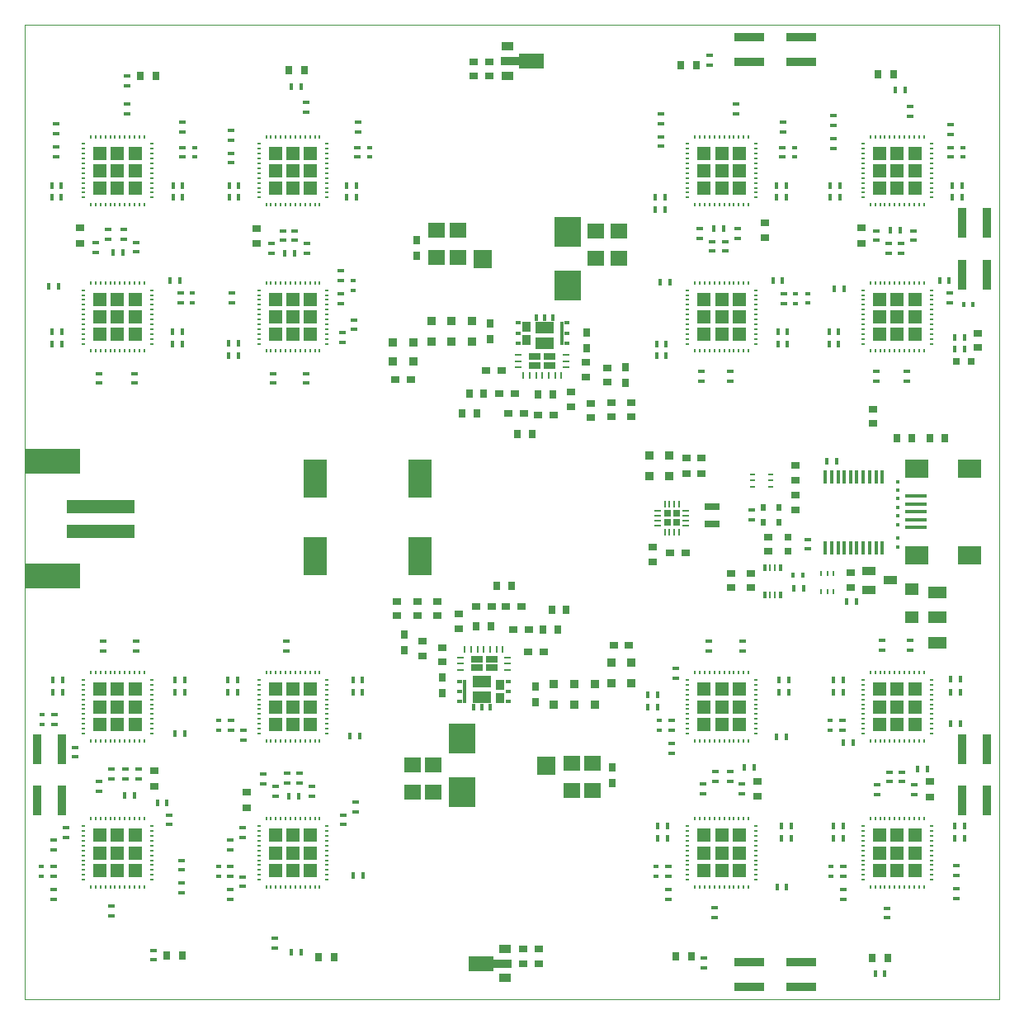
<source format=gtp>
G04 (created by PCBNEW (2013-mar-13)-testing) date Wed 17 Jul 2013 10:26:28 PM ICT*
%MOIN*%
G04 Gerber Fmt 3.4, Leading zero omitted, Abs format*
%FSLAX34Y34*%
G01*
G70*
G90*
G04 APERTURE LIST*
%ADD10C,0.00393701*%
%ADD11R,0.023622X0.0314961*%
%ADD12R,0.0688315X0.0609315*%
%ADD13R,0.0865315X0.0176315*%
%ADD14R,0.0964315X0.0767315*%
%ADD15R,0.0240157X0.00984252*%
%ADD16R,0.0137315X0.0570315*%
%ADD17R,0.0767717X0.0480315*%
%ADD18R,0.0216315X0.0137315*%
%ADD19R,0.124016X0.0374016*%
%ADD20R,0.0374016X0.124016*%
%ADD21R,0.0176315X0.0098315*%
%ADD22R,0.0098315X0.0176315*%
%ADD23R,0.0570866X0.0570866*%
%ADD24R,0.0098315X0.0275315*%
%ADD25R,0.0275315X0.0098315*%
%ADD26R,0.0255906X0.0255906*%
%ADD27R,0.0098315X0.0255315*%
%ADD28R,0.0255315X0.0098315*%
%ADD29R,0.0216535X0.0149606*%
%ADD30R,0.0149606X0.0255906*%
%ADD31R,0.0452756X0.0255906*%
%ADD32R,0.075748X0.0468504*%
%ADD33R,0.0334646X0.0433071*%
%ADD34R,0.0129921X0.096063*%
%ADD35R,0.00984252X0.0240157*%
%ADD36R,0.0177165X0.0177165*%
%ADD37R,0.0492126X0.0334646*%
%ADD38R,0.0728346X0.0334646*%
%ADD39R,0.104331X0.0649606*%
%ADD40R,0.0137795X0.0275591*%
%ADD41R,0.00984252X0.0275591*%
%ADD42R,0.0531496X0.0374016*%
%ADD43R,0.0295276X0.0295276*%
%ADD44R,0.0531496X0.0492126*%
%ADD45R,0.0728346X0.0767717*%
%ADD46R,0.108268X0.120079*%
%ADD47R,0.0610236X0.0295276*%
%ADD48R,0.0295276X0.0374016*%
%ADD49R,0.0374016X0.0295276*%
%ADD50R,0.0964567X0.155512*%
%ADD51R,0.0295276X0.0334646*%
%ADD52R,0.0334646X0.0295276*%
%ADD53R,0.0374016X0.0374016*%
%ADD54R,0.0334646X0.0255906*%
%ADD55R,0.0255906X0.0334646*%
%ADD56R,0.0255906X0.0177165*%
%ADD57R,0.0177165X0.0255906*%
%ADD58R,0.0216535X0.0177165*%
%ADD59R,0.0177165X0.0216535*%
%ADD60R,0.218504X0.102362*%
%ADD61R,0.273622X0.0531496*%
G04 APERTURE END LIST*
G54D10*
X38779Y-61023D02*
X78149Y-61023D01*
X78149Y-61023D02*
X78149Y-21653D01*
X78149Y-21653D02*
X38779Y-21653D01*
X38779Y-21653D02*
X38779Y-61023D01*
G54D11*
X69242Y-41151D03*
X68592Y-41151D03*
X69242Y-41761D03*
X68592Y-41761D03*
G54D12*
X56279Y-29960D03*
X56279Y-31062D03*
X55413Y-29960D03*
X55413Y-31062D03*
X61850Y-29980D03*
X61850Y-31082D03*
X62775Y-29980D03*
X62775Y-31082D03*
X60885Y-52607D03*
X60885Y-51505D03*
X61712Y-52587D03*
X61712Y-51485D03*
X55275Y-52657D03*
X55275Y-51555D03*
X54429Y-52657D03*
X54429Y-51555D03*
G54D13*
X74763Y-41338D03*
X74763Y-41652D03*
X74763Y-41967D03*
X74763Y-41024D03*
X74763Y-40709D03*
G54D14*
X74803Y-43089D03*
X74803Y-39587D03*
X76948Y-43089D03*
X76948Y-39587D03*
G54D15*
X68905Y-40334D03*
X68181Y-40078D03*
X68905Y-39822D03*
X68905Y-40078D03*
X68181Y-39822D03*
X68181Y-40334D03*
G54D16*
X71112Y-42785D03*
X71368Y-42785D03*
X71624Y-42785D03*
X71880Y-42785D03*
X72136Y-42785D03*
X72390Y-42785D03*
X72646Y-42785D03*
X72902Y-42785D03*
X73158Y-42785D03*
X73414Y-42785D03*
X73414Y-39931D03*
X73158Y-39931D03*
X72902Y-39931D03*
X72646Y-39931D03*
X72390Y-39931D03*
X72136Y-39931D03*
X71880Y-39931D03*
X71624Y-39931D03*
X71368Y-39931D03*
X71112Y-39931D03*
G54D17*
X75629Y-45610D03*
X75629Y-46614D03*
X75629Y-44606D03*
G54D18*
X70403Y-32539D03*
X70403Y-32893D03*
G54D19*
X68051Y-23159D03*
X68051Y-22155D03*
X70137Y-22155D03*
X70137Y-23159D03*
G54D20*
X76643Y-29665D03*
X77647Y-29665D03*
X77647Y-31751D03*
X76643Y-31751D03*
X76643Y-50925D03*
X77647Y-50925D03*
X77647Y-53011D03*
X76643Y-53011D03*
G54D19*
X70137Y-59517D03*
X70137Y-60521D03*
X68051Y-60521D03*
X68051Y-59517D03*
G54D21*
X43896Y-26477D03*
X43896Y-26674D03*
X43896Y-26871D03*
X43896Y-27067D03*
X43896Y-27264D03*
X43896Y-27461D03*
X43896Y-27657D03*
X43896Y-27854D03*
X43896Y-28051D03*
X43896Y-28247D03*
X43896Y-28444D03*
X43896Y-28641D03*
G54D22*
X43601Y-28936D03*
X43404Y-28936D03*
X43207Y-28936D03*
X43011Y-28936D03*
X42814Y-28936D03*
X42617Y-28936D03*
X42421Y-28936D03*
X42224Y-28936D03*
X42027Y-28936D03*
X41831Y-28936D03*
X41634Y-28936D03*
X41437Y-28936D03*
G54D21*
X41142Y-28641D03*
X41142Y-28444D03*
X41142Y-28247D03*
X41142Y-28051D03*
X41142Y-27854D03*
X41142Y-27657D03*
X41142Y-27461D03*
X41142Y-27264D03*
X41142Y-27067D03*
X41142Y-26871D03*
X41142Y-26674D03*
X41142Y-26477D03*
G54D22*
X41437Y-26182D03*
X41634Y-26182D03*
X41831Y-26182D03*
X42027Y-26182D03*
X42224Y-26182D03*
X42421Y-26182D03*
X42617Y-26182D03*
X42814Y-26182D03*
X43011Y-26182D03*
X43207Y-26182D03*
X43404Y-26182D03*
X43601Y-26182D03*
G54D23*
X41811Y-26850D03*
X42519Y-26850D03*
X43228Y-26850D03*
X41811Y-27559D03*
X42519Y-27559D03*
X43228Y-27559D03*
X41811Y-28267D03*
X42519Y-28267D03*
X43228Y-28267D03*
G54D21*
X43896Y-32382D03*
X43896Y-32579D03*
X43896Y-32776D03*
X43896Y-32972D03*
X43896Y-33169D03*
X43896Y-33366D03*
X43896Y-33562D03*
X43896Y-33759D03*
X43896Y-33956D03*
X43896Y-34152D03*
X43896Y-34349D03*
X43896Y-34546D03*
G54D22*
X43601Y-34841D03*
X43404Y-34841D03*
X43207Y-34841D03*
X43011Y-34841D03*
X42814Y-34841D03*
X42617Y-34841D03*
X42421Y-34841D03*
X42224Y-34841D03*
X42027Y-34841D03*
X41831Y-34841D03*
X41634Y-34841D03*
X41437Y-34841D03*
G54D21*
X41142Y-34546D03*
X41142Y-34349D03*
X41142Y-34152D03*
X41142Y-33956D03*
X41142Y-33759D03*
X41142Y-33562D03*
X41142Y-33366D03*
X41142Y-33169D03*
X41142Y-32972D03*
X41142Y-32776D03*
X41142Y-32579D03*
X41142Y-32382D03*
G54D22*
X41437Y-32087D03*
X41634Y-32087D03*
X41831Y-32087D03*
X42027Y-32087D03*
X42224Y-32087D03*
X42421Y-32087D03*
X42617Y-32087D03*
X42814Y-32087D03*
X43011Y-32087D03*
X43207Y-32087D03*
X43404Y-32087D03*
X43601Y-32087D03*
G54D23*
X41811Y-32755D03*
X42519Y-32755D03*
X43228Y-32755D03*
X41811Y-33464D03*
X42519Y-33464D03*
X43228Y-33464D03*
X41811Y-34173D03*
X42519Y-34173D03*
X43228Y-34173D03*
G54D21*
X50983Y-32382D03*
X50983Y-32579D03*
X50983Y-32776D03*
X50983Y-32972D03*
X50983Y-33169D03*
X50983Y-33366D03*
X50983Y-33562D03*
X50983Y-33759D03*
X50983Y-33956D03*
X50983Y-34152D03*
X50983Y-34349D03*
X50983Y-34546D03*
G54D22*
X50688Y-34841D03*
X50491Y-34841D03*
X50294Y-34841D03*
X50098Y-34841D03*
X49901Y-34841D03*
X49704Y-34841D03*
X49508Y-34841D03*
X49311Y-34841D03*
X49114Y-34841D03*
X48918Y-34841D03*
X48721Y-34841D03*
X48524Y-34841D03*
G54D21*
X48229Y-34546D03*
X48229Y-34349D03*
X48229Y-34152D03*
X48229Y-33956D03*
X48229Y-33759D03*
X48229Y-33562D03*
X48229Y-33366D03*
X48229Y-33169D03*
X48229Y-32972D03*
X48229Y-32776D03*
X48229Y-32579D03*
X48229Y-32382D03*
G54D22*
X48524Y-32087D03*
X48721Y-32087D03*
X48918Y-32087D03*
X49114Y-32087D03*
X49311Y-32087D03*
X49508Y-32087D03*
X49704Y-32087D03*
X49901Y-32087D03*
X50098Y-32087D03*
X50294Y-32087D03*
X50491Y-32087D03*
X50688Y-32087D03*
G54D23*
X48897Y-32755D03*
X49606Y-32755D03*
X50314Y-32755D03*
X48897Y-33464D03*
X49606Y-33464D03*
X50314Y-33464D03*
X48897Y-34173D03*
X49606Y-34173D03*
X50314Y-34173D03*
G54D21*
X50983Y-26477D03*
X50983Y-26674D03*
X50983Y-26871D03*
X50983Y-27067D03*
X50983Y-27264D03*
X50983Y-27461D03*
X50983Y-27657D03*
X50983Y-27854D03*
X50983Y-28051D03*
X50983Y-28247D03*
X50983Y-28444D03*
X50983Y-28641D03*
G54D22*
X50688Y-28936D03*
X50491Y-28936D03*
X50294Y-28936D03*
X50098Y-28936D03*
X49901Y-28936D03*
X49704Y-28936D03*
X49508Y-28936D03*
X49311Y-28936D03*
X49114Y-28936D03*
X48918Y-28936D03*
X48721Y-28936D03*
X48524Y-28936D03*
G54D21*
X48229Y-28641D03*
X48229Y-28444D03*
X48229Y-28247D03*
X48229Y-28051D03*
X48229Y-27854D03*
X48229Y-27657D03*
X48229Y-27461D03*
X48229Y-27264D03*
X48229Y-27067D03*
X48229Y-26871D03*
X48229Y-26674D03*
X48229Y-26477D03*
G54D22*
X48524Y-26182D03*
X48721Y-26182D03*
X48918Y-26182D03*
X49114Y-26182D03*
X49311Y-26182D03*
X49508Y-26182D03*
X49704Y-26182D03*
X49901Y-26182D03*
X50098Y-26182D03*
X50294Y-26182D03*
X50491Y-26182D03*
X50688Y-26182D03*
G54D23*
X48897Y-26850D03*
X49606Y-26850D03*
X50314Y-26850D03*
X48897Y-27559D03*
X49606Y-27559D03*
X50314Y-27559D03*
X48897Y-28267D03*
X49606Y-28267D03*
X50314Y-28267D03*
G54D21*
X41142Y-50294D03*
X41142Y-50097D03*
X41142Y-49900D03*
X41142Y-49704D03*
X41142Y-49507D03*
X41142Y-49310D03*
X41142Y-49114D03*
X41142Y-48917D03*
X41142Y-48720D03*
X41142Y-48524D03*
X41142Y-48327D03*
X41142Y-48130D03*
G54D22*
X41437Y-47835D03*
X41634Y-47835D03*
X41831Y-47835D03*
X42027Y-47835D03*
X42224Y-47835D03*
X42421Y-47835D03*
X42617Y-47835D03*
X42814Y-47835D03*
X43011Y-47835D03*
X43207Y-47835D03*
X43404Y-47835D03*
X43601Y-47835D03*
G54D21*
X43896Y-48130D03*
X43896Y-48327D03*
X43896Y-48524D03*
X43896Y-48720D03*
X43896Y-48917D03*
X43896Y-49114D03*
X43896Y-49310D03*
X43896Y-49507D03*
X43896Y-49704D03*
X43896Y-49900D03*
X43896Y-50097D03*
X43896Y-50294D03*
G54D22*
X43601Y-50589D03*
X43404Y-50589D03*
X43207Y-50589D03*
X43011Y-50589D03*
X42814Y-50589D03*
X42617Y-50589D03*
X42421Y-50589D03*
X42224Y-50589D03*
X42027Y-50589D03*
X41831Y-50589D03*
X41634Y-50589D03*
X41437Y-50589D03*
G54D23*
X43228Y-49921D03*
X42519Y-49921D03*
X41811Y-49921D03*
X43228Y-49212D03*
X42519Y-49212D03*
X41811Y-49212D03*
X43228Y-48503D03*
X42519Y-48503D03*
X41811Y-48503D03*
G54D21*
X41142Y-56200D03*
X41142Y-56003D03*
X41142Y-55806D03*
X41142Y-55610D03*
X41142Y-55413D03*
X41142Y-55216D03*
X41142Y-55020D03*
X41142Y-54823D03*
X41142Y-54626D03*
X41142Y-54430D03*
X41142Y-54233D03*
X41142Y-54036D03*
G54D22*
X41437Y-53741D03*
X41634Y-53741D03*
X41831Y-53741D03*
X42027Y-53741D03*
X42224Y-53741D03*
X42421Y-53741D03*
X42617Y-53741D03*
X42814Y-53741D03*
X43011Y-53741D03*
X43207Y-53741D03*
X43404Y-53741D03*
X43601Y-53741D03*
G54D21*
X43896Y-54036D03*
X43896Y-54233D03*
X43896Y-54430D03*
X43896Y-54626D03*
X43896Y-54823D03*
X43896Y-55020D03*
X43896Y-55216D03*
X43896Y-55413D03*
X43896Y-55610D03*
X43896Y-55806D03*
X43896Y-56003D03*
X43896Y-56200D03*
G54D22*
X43601Y-56495D03*
X43404Y-56495D03*
X43207Y-56495D03*
X43011Y-56495D03*
X42814Y-56495D03*
X42617Y-56495D03*
X42421Y-56495D03*
X42224Y-56495D03*
X42027Y-56495D03*
X41831Y-56495D03*
X41634Y-56495D03*
X41437Y-56495D03*
G54D23*
X43228Y-55826D03*
X42519Y-55826D03*
X41811Y-55826D03*
X43228Y-55118D03*
X42519Y-55118D03*
X41811Y-55118D03*
X43228Y-54409D03*
X42519Y-54409D03*
X41811Y-54409D03*
G54D21*
X48229Y-56200D03*
X48229Y-56003D03*
X48229Y-55806D03*
X48229Y-55610D03*
X48229Y-55413D03*
X48229Y-55216D03*
X48229Y-55020D03*
X48229Y-54823D03*
X48229Y-54626D03*
X48229Y-54430D03*
X48229Y-54233D03*
X48229Y-54036D03*
G54D22*
X48524Y-53741D03*
X48721Y-53741D03*
X48918Y-53741D03*
X49114Y-53741D03*
X49311Y-53741D03*
X49508Y-53741D03*
X49704Y-53741D03*
X49901Y-53741D03*
X50098Y-53741D03*
X50294Y-53741D03*
X50491Y-53741D03*
X50688Y-53741D03*
G54D21*
X50983Y-54036D03*
X50983Y-54233D03*
X50983Y-54430D03*
X50983Y-54626D03*
X50983Y-54823D03*
X50983Y-55020D03*
X50983Y-55216D03*
X50983Y-55413D03*
X50983Y-55610D03*
X50983Y-55806D03*
X50983Y-56003D03*
X50983Y-56200D03*
G54D22*
X50688Y-56495D03*
X50491Y-56495D03*
X50294Y-56495D03*
X50098Y-56495D03*
X49901Y-56495D03*
X49704Y-56495D03*
X49508Y-56495D03*
X49311Y-56495D03*
X49114Y-56495D03*
X48918Y-56495D03*
X48721Y-56495D03*
X48524Y-56495D03*
G54D23*
X50314Y-55826D03*
X49606Y-55826D03*
X48897Y-55826D03*
X50314Y-55118D03*
X49606Y-55118D03*
X48897Y-55118D03*
X50314Y-54409D03*
X49606Y-54409D03*
X48897Y-54409D03*
G54D21*
X48229Y-50294D03*
X48229Y-50097D03*
X48229Y-49900D03*
X48229Y-49704D03*
X48229Y-49507D03*
X48229Y-49310D03*
X48229Y-49114D03*
X48229Y-48917D03*
X48229Y-48720D03*
X48229Y-48524D03*
X48229Y-48327D03*
X48229Y-48130D03*
G54D22*
X48524Y-47835D03*
X48721Y-47835D03*
X48918Y-47835D03*
X49114Y-47835D03*
X49311Y-47835D03*
X49508Y-47835D03*
X49704Y-47835D03*
X49901Y-47835D03*
X50098Y-47835D03*
X50294Y-47835D03*
X50491Y-47835D03*
X50688Y-47835D03*
G54D21*
X50983Y-48130D03*
X50983Y-48327D03*
X50983Y-48524D03*
X50983Y-48720D03*
X50983Y-48917D03*
X50983Y-49114D03*
X50983Y-49310D03*
X50983Y-49507D03*
X50983Y-49704D03*
X50983Y-49900D03*
X50983Y-50097D03*
X50983Y-50294D03*
G54D22*
X50688Y-50589D03*
X50491Y-50589D03*
X50294Y-50589D03*
X50098Y-50589D03*
X49901Y-50589D03*
X49704Y-50589D03*
X49508Y-50589D03*
X49311Y-50589D03*
X49114Y-50589D03*
X48918Y-50589D03*
X48721Y-50589D03*
X48524Y-50589D03*
G54D23*
X50314Y-49921D03*
X49606Y-49921D03*
X48897Y-49921D03*
X50314Y-49212D03*
X49606Y-49212D03*
X48897Y-49212D03*
X50314Y-48503D03*
X49606Y-48503D03*
X48897Y-48503D03*
G54D21*
X65552Y-50294D03*
X65552Y-50097D03*
X65552Y-49900D03*
X65552Y-49704D03*
X65552Y-49507D03*
X65552Y-49310D03*
X65552Y-49114D03*
X65552Y-48917D03*
X65552Y-48720D03*
X65552Y-48524D03*
X65552Y-48327D03*
X65552Y-48130D03*
G54D22*
X65847Y-47835D03*
X66044Y-47835D03*
X66241Y-47835D03*
X66437Y-47835D03*
X66634Y-47835D03*
X66831Y-47835D03*
X67027Y-47835D03*
X67224Y-47835D03*
X67421Y-47835D03*
X67617Y-47835D03*
X67814Y-47835D03*
X68011Y-47835D03*
G54D21*
X68306Y-48130D03*
X68306Y-48327D03*
X68306Y-48524D03*
X68306Y-48720D03*
X68306Y-48917D03*
X68306Y-49114D03*
X68306Y-49310D03*
X68306Y-49507D03*
X68306Y-49704D03*
X68306Y-49900D03*
X68306Y-50097D03*
X68306Y-50294D03*
G54D22*
X68011Y-50589D03*
X67814Y-50589D03*
X67617Y-50589D03*
X67421Y-50589D03*
X67224Y-50589D03*
X67027Y-50589D03*
X66831Y-50589D03*
X66634Y-50589D03*
X66437Y-50589D03*
X66241Y-50589D03*
X66044Y-50589D03*
X65847Y-50589D03*
G54D23*
X67637Y-49921D03*
X66929Y-49921D03*
X66220Y-49921D03*
X67637Y-49212D03*
X66929Y-49212D03*
X66220Y-49212D03*
X67637Y-48503D03*
X66929Y-48503D03*
X66220Y-48503D03*
G54D21*
X65552Y-56200D03*
X65552Y-56003D03*
X65552Y-55806D03*
X65552Y-55610D03*
X65552Y-55413D03*
X65552Y-55216D03*
X65552Y-55020D03*
X65552Y-54823D03*
X65552Y-54626D03*
X65552Y-54430D03*
X65552Y-54233D03*
X65552Y-54036D03*
G54D22*
X65847Y-53741D03*
X66044Y-53741D03*
X66241Y-53741D03*
X66437Y-53741D03*
X66634Y-53741D03*
X66831Y-53741D03*
X67027Y-53741D03*
X67224Y-53741D03*
X67421Y-53741D03*
X67617Y-53741D03*
X67814Y-53741D03*
X68011Y-53741D03*
G54D21*
X68306Y-54036D03*
X68306Y-54233D03*
X68306Y-54430D03*
X68306Y-54626D03*
X68306Y-54823D03*
X68306Y-55020D03*
X68306Y-55216D03*
X68306Y-55413D03*
X68306Y-55610D03*
X68306Y-55806D03*
X68306Y-56003D03*
X68306Y-56200D03*
G54D22*
X68011Y-56495D03*
X67814Y-56495D03*
X67617Y-56495D03*
X67421Y-56495D03*
X67224Y-56495D03*
X67027Y-56495D03*
X66831Y-56495D03*
X66634Y-56495D03*
X66437Y-56495D03*
X66241Y-56495D03*
X66044Y-56495D03*
X65847Y-56495D03*
G54D23*
X67637Y-55826D03*
X66929Y-55826D03*
X66220Y-55826D03*
X67637Y-55118D03*
X66929Y-55118D03*
X66220Y-55118D03*
X67637Y-54409D03*
X66929Y-54409D03*
X66220Y-54409D03*
G54D21*
X72638Y-56200D03*
X72638Y-56003D03*
X72638Y-55806D03*
X72638Y-55610D03*
X72638Y-55413D03*
X72638Y-55216D03*
X72638Y-55020D03*
X72638Y-54823D03*
X72638Y-54626D03*
X72638Y-54430D03*
X72638Y-54233D03*
X72638Y-54036D03*
G54D22*
X72933Y-53741D03*
X73130Y-53741D03*
X73327Y-53741D03*
X73523Y-53741D03*
X73720Y-53741D03*
X73917Y-53741D03*
X74113Y-53741D03*
X74310Y-53741D03*
X74507Y-53741D03*
X74703Y-53741D03*
X74900Y-53741D03*
X75097Y-53741D03*
G54D21*
X75392Y-54036D03*
X75392Y-54233D03*
X75392Y-54430D03*
X75392Y-54626D03*
X75392Y-54823D03*
X75392Y-55020D03*
X75392Y-55216D03*
X75392Y-55413D03*
X75392Y-55610D03*
X75392Y-55806D03*
X75392Y-56003D03*
X75392Y-56200D03*
G54D22*
X75097Y-56495D03*
X74900Y-56495D03*
X74703Y-56495D03*
X74507Y-56495D03*
X74310Y-56495D03*
X74113Y-56495D03*
X73917Y-56495D03*
X73720Y-56495D03*
X73523Y-56495D03*
X73327Y-56495D03*
X73130Y-56495D03*
X72933Y-56495D03*
G54D23*
X74724Y-55826D03*
X74015Y-55826D03*
X73307Y-55826D03*
X74724Y-55118D03*
X74015Y-55118D03*
X73307Y-55118D03*
X74724Y-54409D03*
X74015Y-54409D03*
X73307Y-54409D03*
G54D21*
X72638Y-50294D03*
X72638Y-50097D03*
X72638Y-49900D03*
X72638Y-49704D03*
X72638Y-49507D03*
X72638Y-49310D03*
X72638Y-49114D03*
X72638Y-48917D03*
X72638Y-48720D03*
X72638Y-48524D03*
X72638Y-48327D03*
X72638Y-48130D03*
G54D22*
X72933Y-47835D03*
X73130Y-47835D03*
X73327Y-47835D03*
X73523Y-47835D03*
X73720Y-47835D03*
X73917Y-47835D03*
X74113Y-47835D03*
X74310Y-47835D03*
X74507Y-47835D03*
X74703Y-47835D03*
X74900Y-47835D03*
X75097Y-47835D03*
G54D21*
X75392Y-48130D03*
X75392Y-48327D03*
X75392Y-48524D03*
X75392Y-48720D03*
X75392Y-48917D03*
X75392Y-49114D03*
X75392Y-49310D03*
X75392Y-49507D03*
X75392Y-49704D03*
X75392Y-49900D03*
X75392Y-50097D03*
X75392Y-50294D03*
G54D22*
X75097Y-50589D03*
X74900Y-50589D03*
X74703Y-50589D03*
X74507Y-50589D03*
X74310Y-50589D03*
X74113Y-50589D03*
X73917Y-50589D03*
X73720Y-50589D03*
X73523Y-50589D03*
X73327Y-50589D03*
X73130Y-50589D03*
X72933Y-50589D03*
G54D23*
X74724Y-49921D03*
X74015Y-49921D03*
X73307Y-49921D03*
X74724Y-49212D03*
X74015Y-49212D03*
X73307Y-49212D03*
X74724Y-48503D03*
X74015Y-48503D03*
X73307Y-48503D03*
G54D21*
X75392Y-32382D03*
X75392Y-32579D03*
X75392Y-32776D03*
X75392Y-32972D03*
X75392Y-33169D03*
X75392Y-33366D03*
X75392Y-33562D03*
X75392Y-33759D03*
X75392Y-33956D03*
X75392Y-34152D03*
X75392Y-34349D03*
X75392Y-34546D03*
G54D22*
X75097Y-34841D03*
X74900Y-34841D03*
X74703Y-34841D03*
X74507Y-34841D03*
X74310Y-34841D03*
X74113Y-34841D03*
X73917Y-34841D03*
X73720Y-34841D03*
X73523Y-34841D03*
X73327Y-34841D03*
X73130Y-34841D03*
X72933Y-34841D03*
G54D21*
X72638Y-34546D03*
X72638Y-34349D03*
X72638Y-34152D03*
X72638Y-33956D03*
X72638Y-33759D03*
X72638Y-33562D03*
X72638Y-33366D03*
X72638Y-33169D03*
X72638Y-32972D03*
X72638Y-32776D03*
X72638Y-32579D03*
X72638Y-32382D03*
G54D22*
X72933Y-32087D03*
X73130Y-32087D03*
X73327Y-32087D03*
X73523Y-32087D03*
X73720Y-32087D03*
X73917Y-32087D03*
X74113Y-32087D03*
X74310Y-32087D03*
X74507Y-32087D03*
X74703Y-32087D03*
X74900Y-32087D03*
X75097Y-32087D03*
G54D23*
X73307Y-32755D03*
X74015Y-32755D03*
X74724Y-32755D03*
X73307Y-33464D03*
X74015Y-33464D03*
X74724Y-33464D03*
X73307Y-34173D03*
X74015Y-34173D03*
X74724Y-34173D03*
G54D21*
X75392Y-26477D03*
X75392Y-26674D03*
X75392Y-26871D03*
X75392Y-27067D03*
X75392Y-27264D03*
X75392Y-27461D03*
X75392Y-27657D03*
X75392Y-27854D03*
X75392Y-28051D03*
X75392Y-28247D03*
X75392Y-28444D03*
X75392Y-28641D03*
G54D22*
X75097Y-28936D03*
X74900Y-28936D03*
X74703Y-28936D03*
X74507Y-28936D03*
X74310Y-28936D03*
X74113Y-28936D03*
X73917Y-28936D03*
X73720Y-28936D03*
X73523Y-28936D03*
X73327Y-28936D03*
X73130Y-28936D03*
X72933Y-28936D03*
G54D21*
X72638Y-28641D03*
X72638Y-28444D03*
X72638Y-28247D03*
X72638Y-28051D03*
X72638Y-27854D03*
X72638Y-27657D03*
X72638Y-27461D03*
X72638Y-27264D03*
X72638Y-27067D03*
X72638Y-26871D03*
X72638Y-26674D03*
X72638Y-26477D03*
G54D22*
X72933Y-26182D03*
X73130Y-26182D03*
X73327Y-26182D03*
X73523Y-26182D03*
X73720Y-26182D03*
X73917Y-26182D03*
X74113Y-26182D03*
X74310Y-26182D03*
X74507Y-26182D03*
X74703Y-26182D03*
X74900Y-26182D03*
X75097Y-26182D03*
G54D23*
X73307Y-26850D03*
X74015Y-26850D03*
X74724Y-26850D03*
X73307Y-27559D03*
X74015Y-27559D03*
X74724Y-27559D03*
X73307Y-28267D03*
X74015Y-28267D03*
X74724Y-28267D03*
G54D21*
X68306Y-26477D03*
X68306Y-26674D03*
X68306Y-26871D03*
X68306Y-27067D03*
X68306Y-27264D03*
X68306Y-27461D03*
X68306Y-27657D03*
X68306Y-27854D03*
X68306Y-28051D03*
X68306Y-28247D03*
X68306Y-28444D03*
X68306Y-28641D03*
G54D22*
X68011Y-28936D03*
X67814Y-28936D03*
X67617Y-28936D03*
X67421Y-28936D03*
X67224Y-28936D03*
X67027Y-28936D03*
X66831Y-28936D03*
X66634Y-28936D03*
X66437Y-28936D03*
X66241Y-28936D03*
X66044Y-28936D03*
X65847Y-28936D03*
G54D21*
X65552Y-28641D03*
X65552Y-28444D03*
X65552Y-28247D03*
X65552Y-28051D03*
X65552Y-27854D03*
X65552Y-27657D03*
X65552Y-27461D03*
X65552Y-27264D03*
X65552Y-27067D03*
X65552Y-26871D03*
X65552Y-26674D03*
X65552Y-26477D03*
G54D22*
X65847Y-26182D03*
X66044Y-26182D03*
X66241Y-26182D03*
X66437Y-26182D03*
X66634Y-26182D03*
X66831Y-26182D03*
X67027Y-26182D03*
X67224Y-26182D03*
X67421Y-26182D03*
X67617Y-26182D03*
X67814Y-26182D03*
X68011Y-26182D03*
G54D23*
X66220Y-26850D03*
X66929Y-26850D03*
X67637Y-26850D03*
X66220Y-27559D03*
X66929Y-27559D03*
X67637Y-27559D03*
X66220Y-28267D03*
X66929Y-28267D03*
X67637Y-28267D03*
G54D21*
X68306Y-32382D03*
X68306Y-32579D03*
X68306Y-32776D03*
X68306Y-32972D03*
X68306Y-33169D03*
X68306Y-33366D03*
X68306Y-33562D03*
X68306Y-33759D03*
X68306Y-33956D03*
X68306Y-34152D03*
X68306Y-34349D03*
X68306Y-34546D03*
G54D22*
X68011Y-34841D03*
X67814Y-34841D03*
X67617Y-34841D03*
X67421Y-34841D03*
X67224Y-34841D03*
X67027Y-34841D03*
X66831Y-34841D03*
X66634Y-34841D03*
X66437Y-34841D03*
X66241Y-34841D03*
X66044Y-34841D03*
X65847Y-34841D03*
G54D21*
X65552Y-34546D03*
X65552Y-34349D03*
X65552Y-34152D03*
X65552Y-33956D03*
X65552Y-33759D03*
X65552Y-33562D03*
X65552Y-33366D03*
X65552Y-33169D03*
X65552Y-32972D03*
X65552Y-32776D03*
X65552Y-32579D03*
X65552Y-32382D03*
G54D22*
X65847Y-32087D03*
X66044Y-32087D03*
X66241Y-32087D03*
X66437Y-32087D03*
X66634Y-32087D03*
X66831Y-32087D03*
X67027Y-32087D03*
X67224Y-32087D03*
X67421Y-32087D03*
X67617Y-32087D03*
X67814Y-32087D03*
X68011Y-32087D03*
G54D23*
X66220Y-32755D03*
X66929Y-32755D03*
X67637Y-32755D03*
X66220Y-33464D03*
X66929Y-33464D03*
X67637Y-33464D03*
X66220Y-34173D03*
X66929Y-34173D03*
X67637Y-34173D03*
G54D24*
X65214Y-41015D03*
X65017Y-41015D03*
X64821Y-41015D03*
X64624Y-41015D03*
G54D25*
X64349Y-41290D03*
X64349Y-41487D03*
X64349Y-41683D03*
X64349Y-41880D03*
G54D24*
X64624Y-42155D03*
X64821Y-42155D03*
X65017Y-42155D03*
X65214Y-42155D03*
G54D25*
X65489Y-41880D03*
X65489Y-41683D03*
X65489Y-41487D03*
X65489Y-41290D03*
G54D26*
X65096Y-41408D03*
X65096Y-41763D03*
X64742Y-41408D03*
X64742Y-41763D03*
G54D27*
X58917Y-35816D03*
X59173Y-35816D03*
X59429Y-35816D03*
X59685Y-35816D03*
X59940Y-35816D03*
X60196Y-35816D03*
X60452Y-35816D03*
G54D28*
X60649Y-35501D03*
X60649Y-35245D03*
X60649Y-34989D03*
X58721Y-35501D03*
X58721Y-35245D03*
X58721Y-34989D03*
G54D29*
X58700Y-33710D03*
X58700Y-34123D03*
X58700Y-34536D03*
X60669Y-33710D03*
X60669Y-34123D03*
X60659Y-34536D03*
G54D30*
X59773Y-33483D03*
X59438Y-33483D03*
X60108Y-33483D03*
G54D31*
X59960Y-35078D03*
X59370Y-35078D03*
X59370Y-35412D03*
X59960Y-35412D03*
G54D32*
X59773Y-34517D03*
X59773Y-33906D03*
G54D33*
X59025Y-34379D03*
X59025Y-33867D03*
G54D34*
X60472Y-34123D03*
G54D27*
X58089Y-46902D03*
X57833Y-46902D03*
X57577Y-46902D03*
X57322Y-46902D03*
X57066Y-46902D03*
X56810Y-46902D03*
X56554Y-46902D03*
G54D28*
X56358Y-47218D03*
X56358Y-47474D03*
X56358Y-47730D03*
X58286Y-47218D03*
X58286Y-47474D03*
X58286Y-47730D03*
G54D29*
X58306Y-49008D03*
X58306Y-48595D03*
X58306Y-48182D03*
X56337Y-49008D03*
X56337Y-48595D03*
X56347Y-48182D03*
G54D30*
X57233Y-49235D03*
X57568Y-49235D03*
X56898Y-49235D03*
G54D31*
X57046Y-47640D03*
X57636Y-47640D03*
X57636Y-47306D03*
X57046Y-47306D03*
G54D32*
X57233Y-48201D03*
X57233Y-48812D03*
G54D33*
X57981Y-48339D03*
X57981Y-48851D03*
G54D34*
X56534Y-48595D03*
G54D20*
X40285Y-53011D03*
X39281Y-53011D03*
X39281Y-50925D03*
X40285Y-50925D03*
G54D35*
X70944Y-44545D03*
X71200Y-43820D03*
X71456Y-44545D03*
X71200Y-44545D03*
X71456Y-43820D03*
X70944Y-43820D03*
G54D36*
X74025Y-41496D03*
X74025Y-41850D03*
X74025Y-40807D03*
X74025Y-41161D03*
X74035Y-42401D03*
X74035Y-42755D03*
X74025Y-40118D03*
X74025Y-40472D03*
G54D37*
X58263Y-22542D03*
G54D38*
X58361Y-23133D03*
G54D37*
X58263Y-23724D03*
G54D39*
X59248Y-23133D03*
G54D37*
X58188Y-60177D03*
G54D38*
X58090Y-59586D03*
G54D37*
X58188Y-58995D03*
G54D39*
X57204Y-59586D03*
G54D40*
X69291Y-44685D03*
X68661Y-44685D03*
G54D41*
X68877Y-44685D03*
X69074Y-44685D03*
X69074Y-43602D03*
X68877Y-43602D03*
G54D40*
X68661Y-43602D03*
X69291Y-43602D03*
G54D42*
X72883Y-43740D03*
X72883Y-44488D03*
X73750Y-44104D03*
G54D43*
X69616Y-42352D03*
X69616Y-42942D03*
X76407Y-35275D03*
X76998Y-35275D03*
G54D44*
X74596Y-45600D03*
X74596Y-44458D03*
G54D45*
X57290Y-31123D03*
G54D46*
X60696Y-32205D03*
X60696Y-30040D03*
G54D45*
X59838Y-51588D03*
G54D46*
X56432Y-50505D03*
X56432Y-52670D03*
G54D47*
X66525Y-41840D03*
X66525Y-41131D03*
G54D48*
X44074Y-23740D03*
X43444Y-23740D03*
X50068Y-23494D03*
X49438Y-23494D03*
G54D49*
X48139Y-29881D03*
X48139Y-30511D03*
X41023Y-29862D03*
X41023Y-30492D03*
X44015Y-52431D03*
X44015Y-51801D03*
X47746Y-53307D03*
X47746Y-52677D03*
G54D48*
X45127Y-59261D03*
X44498Y-59261D03*
X51259Y-59320D03*
X50629Y-59320D03*
X65078Y-59301D03*
X65708Y-59301D03*
X73011Y-59360D03*
X73641Y-59360D03*
G54D49*
X68366Y-52844D03*
X68366Y-52214D03*
X75324Y-52874D03*
X75324Y-52244D03*
X68681Y-29645D03*
X68681Y-30275D03*
X72559Y-29862D03*
X72559Y-30492D03*
G54D48*
X65285Y-23307D03*
X65915Y-23307D03*
X73238Y-23661D03*
X73868Y-23661D03*
G54D50*
X50515Y-43141D03*
X50515Y-39992D03*
X54736Y-43141D03*
X54736Y-39992D03*
G54D51*
X59409Y-49015D03*
X59409Y-48385D03*
X57559Y-34370D03*
X57559Y-33740D03*
G54D52*
X53740Y-35984D03*
X54370Y-35984D03*
X57539Y-23716D03*
X56909Y-23716D03*
X57539Y-23157D03*
X56909Y-23157D03*
X58897Y-58996D03*
X59527Y-58996D03*
X58897Y-59586D03*
X59527Y-59586D03*
X66122Y-39173D03*
X65492Y-39173D03*
X66122Y-39783D03*
X65492Y-39783D03*
X64842Y-43011D03*
X65472Y-43011D03*
X58204Y-45159D03*
X58833Y-45159D03*
X57644Y-45151D03*
X57015Y-45151D03*
G54D51*
X54114Y-46929D03*
X54114Y-46299D03*
X62500Y-52293D03*
X62500Y-51663D03*
G54D52*
X59118Y-46985D03*
X59747Y-46985D03*
X62559Y-46732D03*
X63188Y-46732D03*
X58507Y-46103D03*
X59136Y-46103D03*
G54D51*
X55645Y-48017D03*
X55645Y-48646D03*
G54D52*
X58936Y-37375D03*
X58307Y-37375D03*
X59511Y-37422D03*
X60140Y-37422D03*
G54D51*
X63031Y-35511D03*
X63031Y-36141D03*
X54606Y-30354D03*
X54606Y-30984D03*
G54D52*
X58038Y-35635D03*
X57409Y-35635D03*
X58573Y-36548D03*
X57944Y-36548D03*
G54D51*
X61464Y-34713D03*
X61464Y-34084D03*
G54D53*
X63996Y-39881D03*
X64822Y-39881D03*
X63996Y-39074D03*
X64822Y-39074D03*
X60157Y-48287D03*
X60157Y-49114D03*
X60984Y-48287D03*
X60984Y-49114D03*
X61811Y-48287D03*
X61811Y-49114D03*
X62460Y-48267D03*
X63287Y-48267D03*
X62460Y-47440D03*
X63287Y-47440D03*
X56850Y-34468D03*
X56850Y-33641D03*
X56023Y-34468D03*
X56023Y-33641D03*
X55196Y-34468D03*
X55196Y-33641D03*
X54468Y-34488D03*
X53641Y-34488D03*
X54468Y-35275D03*
X53641Y-35275D03*
G54D54*
X68110Y-43818D03*
X68110Y-44409D03*
X67312Y-43818D03*
X67312Y-44409D03*
X72145Y-43799D03*
X72145Y-44389D03*
X68818Y-42942D03*
X68818Y-42352D03*
X77283Y-34704D03*
X77283Y-34114D03*
X73051Y-37185D03*
X73051Y-37775D03*
G54D55*
X75354Y-38346D03*
X75944Y-38346D03*
X74606Y-38346D03*
X74015Y-38346D03*
G54D54*
X69911Y-39468D03*
X69911Y-40059D03*
X69911Y-40669D03*
X69911Y-41259D03*
X64133Y-42775D03*
X64133Y-43366D03*
X56303Y-45477D03*
X56303Y-46068D03*
X54830Y-47154D03*
X54830Y-46563D03*
X54633Y-45540D03*
X54633Y-44949D03*
G54D55*
X57857Y-44340D03*
X58448Y-44340D03*
G54D54*
X53811Y-44945D03*
X53811Y-45536D03*
X55440Y-45540D03*
X55440Y-44949D03*
X55653Y-46815D03*
X55653Y-47406D03*
G54D55*
X60062Y-45304D03*
X60653Y-45304D03*
X59723Y-46103D03*
X60314Y-46103D03*
X57606Y-45970D03*
X57015Y-45970D03*
G54D54*
X60834Y-37095D03*
X60834Y-36504D03*
X62307Y-35516D03*
X62307Y-36107D03*
X62464Y-36914D03*
X62464Y-37505D03*
G54D55*
X59259Y-38194D03*
X58668Y-38194D03*
G54D54*
X63267Y-37509D03*
X63267Y-36918D03*
X61645Y-36945D03*
X61645Y-37536D03*
X61456Y-35902D03*
X61456Y-35311D03*
G54D55*
X57043Y-37375D03*
X56452Y-37375D03*
X57322Y-36548D03*
X56731Y-36548D03*
X59503Y-36596D03*
X60094Y-36596D03*
G54D56*
X70423Y-42450D03*
X70423Y-42844D03*
G54D57*
X71988Y-44970D03*
X72381Y-44970D03*
X69832Y-44429D03*
X70226Y-44429D03*
G54D56*
X43366Y-51722D03*
X43366Y-52116D03*
G54D57*
X49448Y-52834D03*
X49842Y-52834D03*
G54D56*
X43966Y-59045D03*
X43966Y-59438D03*
G54D57*
X49931Y-59124D03*
X49537Y-59124D03*
X68248Y-51673D03*
X67854Y-51673D03*
X75246Y-51732D03*
X74852Y-51732D03*
G54D56*
X66220Y-59370D03*
X66220Y-59763D03*
G54D57*
X73523Y-59980D03*
X73129Y-59980D03*
X73740Y-29960D03*
X74133Y-29960D03*
X67007Y-29901D03*
X66614Y-29901D03*
X73946Y-24301D03*
X74340Y-24301D03*
G54D56*
X66456Y-23297D03*
X66456Y-22903D03*
G54D57*
X49665Y-30885D03*
X49271Y-30885D03*
X42342Y-30846D03*
X42736Y-30846D03*
X49547Y-24153D03*
X49940Y-24153D03*
G54D56*
X42913Y-23740D03*
X42913Y-24133D03*
X68129Y-41259D03*
X68129Y-41653D03*
G54D57*
X71171Y-39301D03*
X71564Y-39301D03*
G54D56*
X41948Y-46948D03*
X41948Y-46555D03*
X40797Y-50846D03*
X40797Y-51240D03*
G54D57*
X40314Y-48622D03*
X39921Y-48622D03*
X43208Y-52785D03*
X42814Y-52785D03*
X44842Y-48622D03*
X45236Y-48622D03*
X44842Y-50295D03*
X45236Y-50295D03*
G54D56*
X42834Y-51732D03*
X42834Y-52125D03*
X42263Y-51732D03*
X42263Y-52125D03*
X39970Y-49537D03*
X39970Y-49931D03*
G54D57*
X40314Y-48129D03*
X39921Y-48129D03*
X44842Y-48129D03*
X45236Y-48129D03*
X51919Y-50403D03*
X52312Y-50403D03*
X47362Y-48622D03*
X46968Y-48622D03*
G54D56*
X48405Y-51919D03*
X48405Y-52312D03*
X49350Y-46948D03*
X49350Y-46555D03*
G54D57*
X52027Y-48622D03*
X52421Y-48622D03*
G54D56*
X47598Y-50177D03*
X47598Y-50570D03*
X49881Y-51909D03*
X49881Y-52303D03*
X49389Y-51909D03*
X49389Y-52303D03*
X47106Y-49763D03*
X47106Y-50157D03*
G54D57*
X47362Y-48129D03*
X46968Y-48129D03*
X52027Y-48129D03*
X52421Y-48129D03*
G54D56*
X42283Y-57273D03*
X42283Y-57667D03*
X39940Y-56988D03*
X39940Y-56594D03*
X39940Y-55000D03*
X39940Y-54606D03*
X41771Y-52637D03*
X41771Y-52244D03*
G54D57*
X44124Y-53080D03*
X44517Y-53080D03*
G54D56*
X43287Y-46948D03*
X43287Y-46555D03*
X45098Y-56732D03*
X45098Y-56338D03*
X45098Y-55413D03*
X45098Y-55807D03*
X39940Y-55669D03*
X39940Y-56062D03*
X40433Y-54094D03*
X40433Y-54488D03*
X44622Y-53976D03*
X44622Y-53582D03*
G54D57*
X52037Y-56013D03*
X52431Y-56013D03*
G54D56*
X47086Y-56988D03*
X47086Y-56594D03*
X47086Y-55000D03*
X47086Y-54606D03*
X50374Y-52814D03*
X50374Y-52421D03*
X52125Y-53070D03*
X52125Y-53464D03*
X47578Y-56082D03*
X47578Y-56476D03*
X48897Y-52814D03*
X48897Y-52421D03*
X48887Y-58553D03*
X48887Y-58946D03*
X47086Y-55669D03*
X47086Y-56062D03*
X47578Y-54094D03*
X47578Y-54488D03*
X51633Y-53976D03*
X51633Y-53582D03*
X67736Y-52736D03*
X67736Y-52342D03*
G54D57*
X64350Y-48720D03*
X63956Y-48720D03*
G54D56*
X67775Y-46948D03*
X67775Y-46555D03*
X66397Y-46948D03*
X66397Y-46555D03*
G54D57*
X69251Y-48622D03*
X69645Y-48622D03*
G54D56*
X64901Y-51082D03*
X64901Y-50688D03*
X67263Y-51830D03*
X67263Y-52224D03*
X66673Y-51830D03*
X66673Y-52224D03*
X64901Y-49763D03*
X64901Y-50157D03*
X65078Y-48070D03*
X65078Y-47677D03*
G54D57*
X69251Y-48129D03*
X69645Y-48129D03*
G54D56*
X74704Y-52755D03*
X74704Y-52362D03*
X74547Y-46929D03*
X74547Y-46535D03*
G54D57*
X71850Y-48622D03*
X71456Y-48622D03*
G54D56*
X73405Y-46929D03*
X73405Y-46535D03*
G54D57*
X76181Y-48622D03*
X76574Y-48622D03*
X72234Y-50669D03*
X71840Y-50669D03*
G54D56*
X74212Y-51850D03*
X74212Y-52244D03*
X73700Y-51850D03*
X73700Y-52244D03*
X71811Y-49763D03*
X71811Y-50157D03*
G54D57*
X71850Y-48129D03*
X71456Y-48129D03*
X76181Y-48110D03*
X76574Y-48110D03*
X69163Y-56505D03*
X69557Y-56505D03*
X64350Y-49212D03*
X63956Y-49212D03*
X64744Y-54527D03*
X64350Y-54527D03*
G54D56*
X66181Y-52736D03*
X66181Y-52342D03*
G54D57*
X69330Y-54527D03*
X69724Y-54527D03*
G54D56*
X64763Y-56988D03*
X64763Y-56594D03*
G54D57*
X69143Y-50442D03*
X69537Y-50442D03*
G54D56*
X66649Y-57334D03*
X66649Y-57728D03*
X64763Y-55669D03*
X64763Y-56062D03*
G54D57*
X64744Y-54035D03*
X64350Y-54035D03*
X69330Y-54035D03*
X69724Y-54035D03*
G54D56*
X73610Y-57350D03*
X73610Y-57744D03*
X76417Y-56968D03*
X76417Y-56574D03*
G54D57*
X71830Y-54527D03*
X71437Y-54527D03*
G54D56*
X73208Y-52755D03*
X73208Y-52362D03*
G54D57*
X76338Y-54527D03*
X76732Y-54527D03*
G54D56*
X71830Y-56988D03*
X71830Y-56594D03*
X76417Y-55629D03*
X76417Y-56023D03*
G54D57*
X76181Y-49881D03*
X76574Y-49881D03*
G54D56*
X71830Y-55669D03*
X71830Y-56062D03*
G54D57*
X71830Y-54035D03*
X71437Y-54035D03*
X76338Y-54035D03*
X76732Y-54035D03*
G54D56*
X73188Y-35669D03*
X73188Y-36062D03*
G54D57*
X76338Y-34281D03*
X76732Y-34281D03*
G54D56*
X67263Y-35673D03*
X67263Y-36066D03*
X74397Y-35653D03*
X74397Y-36047D03*
G54D57*
X71653Y-34055D03*
X71259Y-34055D03*
G54D56*
X73661Y-30885D03*
X73661Y-30492D03*
X74173Y-30885D03*
X74173Y-30492D03*
G54D57*
X75728Y-32007D03*
X76122Y-32007D03*
G54D56*
X76141Y-32893D03*
X76141Y-32500D03*
G54D57*
X76338Y-34763D03*
X76732Y-34763D03*
X71653Y-34547D03*
X71259Y-34547D03*
X69192Y-34074D03*
X69586Y-34074D03*
X64842Y-32047D03*
X64448Y-32047D03*
G54D56*
X66043Y-29901D03*
X66043Y-30295D03*
G54D57*
X68996Y-32007D03*
X69389Y-32007D03*
X64685Y-35039D03*
X64291Y-35039D03*
G54D56*
X66122Y-35669D03*
X66122Y-36062D03*
X67086Y-30807D03*
X67086Y-30413D03*
X66535Y-30807D03*
X66535Y-30413D03*
X69448Y-32913D03*
X69448Y-32519D03*
G54D57*
X69192Y-34547D03*
X69586Y-34547D03*
X64685Y-34547D03*
X64291Y-34547D03*
G54D56*
X71456Y-26653D03*
X71456Y-26259D03*
X76181Y-25688D03*
X76181Y-26082D03*
G54D57*
X76240Y-28149D03*
X76633Y-28149D03*
G54D56*
X74665Y-29980D03*
X74665Y-30374D03*
G54D57*
X71712Y-28149D03*
X71318Y-28149D03*
G54D56*
X71456Y-25334D03*
X71456Y-25728D03*
X73169Y-29980D03*
X73169Y-30374D03*
X74551Y-25370D03*
X74551Y-24976D03*
X76181Y-27007D03*
X76181Y-26614D03*
G54D57*
X76240Y-28641D03*
X76633Y-28641D03*
X71712Y-28641D03*
X71318Y-28641D03*
G54D56*
X64468Y-25255D03*
X64468Y-25649D03*
G54D57*
X69133Y-28169D03*
X69527Y-28169D03*
G54D56*
X69409Y-25590D03*
X69409Y-25984D03*
X67578Y-29901D03*
X67578Y-30295D03*
G54D57*
X71860Y-32312D03*
X71466Y-32312D03*
X64625Y-29133D03*
X64232Y-29133D03*
G54D56*
X64468Y-26574D03*
X64468Y-26181D03*
X67519Y-25255D03*
X67519Y-24862D03*
X69389Y-27007D03*
X69389Y-26614D03*
G54D57*
X69133Y-28641D03*
X69527Y-28641D03*
X64625Y-28641D03*
X64232Y-28641D03*
G54D56*
X47125Y-32893D03*
X47125Y-32500D03*
X50177Y-30885D03*
X50177Y-30492D03*
X48740Y-30885D03*
X48740Y-30492D03*
X52086Y-33582D03*
X52086Y-33976D03*
X49192Y-29980D03*
X49192Y-30374D03*
X48799Y-35748D03*
X48799Y-36141D03*
G54D57*
X47401Y-35019D03*
X47007Y-35019D03*
G54D56*
X51535Y-31594D03*
X51535Y-31988D03*
X51535Y-32913D03*
X51535Y-32519D03*
X51594Y-34488D03*
X51594Y-34094D03*
G54D57*
X47401Y-34527D03*
X47007Y-34527D03*
G54D56*
X43208Y-35748D03*
X43208Y-36141D03*
X43259Y-30842D03*
X43259Y-30448D03*
X41653Y-30846D03*
X41653Y-30452D03*
G54D57*
X44744Y-34055D03*
X45137Y-34055D03*
G54D56*
X41771Y-35748D03*
X41771Y-36141D03*
G54D57*
X40275Y-34055D03*
X39881Y-34055D03*
X44645Y-31988D03*
X45039Y-31988D03*
X40127Y-32234D03*
X39734Y-32234D03*
G54D56*
X45059Y-32893D03*
X45059Y-32500D03*
G54D57*
X40275Y-34547D03*
X39881Y-34547D03*
X44744Y-34547D03*
X45137Y-34547D03*
G54D56*
X50137Y-25188D03*
X50137Y-24795D03*
X47106Y-27244D03*
X47106Y-26850D03*
X52224Y-25590D03*
X52224Y-25984D03*
X50149Y-35748D03*
X50149Y-36141D03*
G54D57*
X51771Y-28149D03*
X52165Y-28149D03*
G54D56*
X49685Y-29980D03*
X49685Y-30374D03*
X47106Y-25925D03*
X47106Y-26318D03*
G54D57*
X47421Y-28149D03*
X47027Y-28149D03*
G54D56*
X52204Y-27007D03*
X52204Y-26614D03*
G54D57*
X47421Y-28641D03*
X47027Y-28641D03*
X51771Y-28641D03*
X52165Y-28641D03*
G54D56*
X40039Y-26988D03*
X40039Y-26594D03*
X42145Y-29940D03*
X42145Y-30334D03*
X42775Y-29940D03*
X42775Y-30334D03*
G54D57*
X44763Y-28169D03*
X45157Y-28169D03*
G54D56*
X45137Y-25590D03*
X45137Y-25984D03*
G54D57*
X40255Y-28149D03*
X39862Y-28149D03*
G54D56*
X45137Y-27007D03*
X45137Y-26614D03*
G54D57*
X44763Y-28641D03*
X45157Y-28641D03*
G54D56*
X40039Y-25669D03*
X40039Y-26062D03*
X42905Y-25251D03*
X42905Y-24858D03*
G54D57*
X40255Y-28641D03*
X39862Y-28641D03*
G54D58*
X45629Y-27007D03*
X45629Y-26614D03*
X45551Y-32893D03*
X45551Y-32500D03*
X52027Y-32401D03*
X52027Y-32007D03*
X52696Y-27007D03*
X52696Y-26614D03*
X46614Y-49763D03*
X46614Y-50157D03*
X46594Y-55669D03*
X46594Y-56062D03*
X39448Y-55669D03*
X39448Y-56062D03*
X39478Y-49537D03*
X39478Y-49931D03*
G54D59*
X70216Y-43897D03*
X69822Y-43897D03*
G54D58*
X76673Y-27007D03*
X76673Y-26614D03*
G54D59*
X76692Y-32952D03*
X77086Y-32952D03*
G54D58*
X69921Y-32913D03*
X69921Y-32519D03*
X69881Y-27007D03*
X69881Y-26614D03*
X64409Y-49763D03*
X64409Y-50157D03*
X64271Y-55669D03*
X64271Y-56062D03*
X71338Y-55669D03*
X71338Y-56062D03*
X71318Y-49763D03*
X71318Y-50157D03*
G54D60*
X39911Y-43937D03*
X39911Y-39311D03*
G54D61*
X41840Y-41131D03*
X41840Y-42116D03*
M02*

</source>
